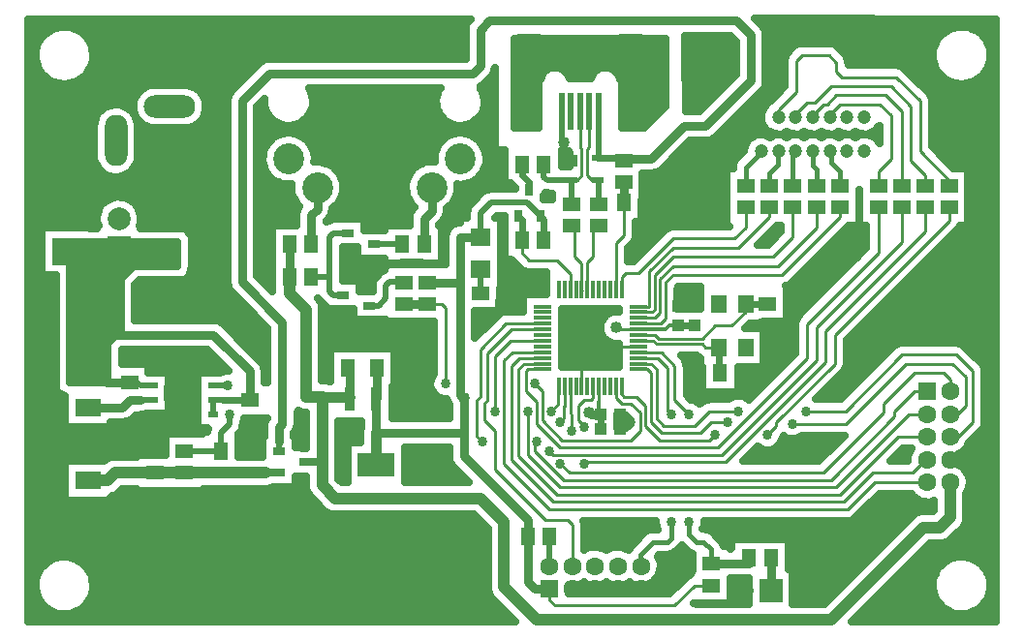
<source format=gbr>
G04 DipTrace 2.4.0.1*
%INmainboard_Top.gbr*%
%MOIN*%
%ADD13C,0.03*%
%ADD14C,0.036*%
%ADD15C,0.022*%
%ADD16C,0.014*%
%ADD17C,0.0118*%
%ADD18C,0.01*%
%ADD19C,0.02*%
%ADD20C,0.04*%
%ADD21C,0.026*%
%ADD22C,0.024*%
%ADD23C,0.0256*%
%ADD24C,0.016*%
%ADD25C,0.039*%
%ADD26C,0.05*%
%ADD27C,0.07*%
%ADD28C,0.0236*%
%ADD29C,0.025*%
%ADD30R,0.0531X0.0531*%
%ADD31C,0.0531*%
%ADD32R,0.0591X0.0512*%
%ADD33R,0.0512X0.0591*%
%ADD34R,0.063X0.0709*%
%ADD35R,0.0433X0.0394*%
%ADD36R,0.0394X0.0433*%
%ADD37R,0.0945X0.0945*%
%ADD38C,0.0945*%
%ADD40R,0.0413X0.0256*%
%ADD41R,0.0709X0.063*%
%ADD42R,0.0394X0.0394*%
%ADD43R,0.0394X0.0236*%
%ADD45R,0.0354X0.0201*%
%ADD46R,0.1024X0.1378*%
%ADD47R,0.0374X0.0846*%
%ADD48R,0.128X0.0846*%
%ADD49O,0.1969X0.0787*%
%ADD50O,0.1772X0.0787*%
%ADD51O,0.0787X0.1772*%
%ADD52C,0.1063*%
%ADD53R,0.0591X0.0591*%
%ADD54C,0.063*%
%ADD56C,0.0472*%
%ADD57C,0.0787*%
%ADD58R,0.0787X0.0787*%
%ADD59C,0.0787*%
%ADD60R,0.0197X0.1299*%
%ADD61R,0.0787X0.1299*%
%ADD62R,0.0787X0.0984*%
%ADD63R,0.0866X0.063*%
%ADD64R,0.0256X0.0413*%
%ADD66R,0.063X0.0118*%
%ADD67R,0.0118X0.063*%
%ADD68R,0.0551X0.063*%
%ADD69C,0.034*%
%FSLAX44Y44*%
G04*
G70*
G90*
G75*
G01*
%LNTop*%
%LPD*%
X16045Y11734D2*
D13*
Y10608D1*
D14*
Y9451D1*
X21687Y18031D2*
D15*
X21810Y17908D1*
Y17187D1*
X16045Y11734D2*
D13*
X16063Y11752D1*
Y12811D1*
X27002Y14251D2*
D15*
X26437D1*
Y14250D1*
D16*
X26125D1*
D17*
X26002Y14127D1*
X25062D1*
X23752Y10688D2*
D15*
Y11188D1*
D16*
X23704Y11236D1*
Y11629D1*
D18*
Y12179D1*
X27566Y5313D2*
D13*
X27564Y5312D1*
X22001Y5187D2*
X21501D1*
X21251Y5437D1*
Y7000D1*
X22001Y5187D2*
D18*
Y4812D1*
X22189Y4625D1*
X26314D1*
X27002Y5312D1*
X27564D1*
X27566Y5313D1*
X17813Y15749D2*
D13*
X18939D1*
Y11875D1*
X19064Y11750D1*
Y10562D1*
X16091D1*
X16045Y10608D1*
X21687Y18031D2*
D19*
X21217Y18501D1*
X20001D1*
X19626Y18126D1*
Y17313D1*
X19638Y17302D1*
D13*
X18939D1*
Y15749D1*
X23752Y11188D2*
X23439D1*
X23377Y11250D1*
X24314Y14188D2*
D18*
X24378Y14125D1*
X25059D1*
X25062Y14127D1*
X19064Y10562D2*
D13*
Y9750D1*
X21251Y7562D1*
Y7000D1*
X13062Y17062D2*
X13064Y17060D1*
Y15937D1*
X15062Y12812D2*
X15140Y12734D1*
Y11734D1*
X13064Y15937D2*
D20*
Y15373D1*
X13625Y14812D1*
Y11812D1*
X14188D1*
D14*
X15140D1*
D15*
Y11734D1*
X13593Y9564D2*
D21*
X14188D1*
D20*
Y11812D1*
Y9564D2*
Y8750D1*
X14626Y8312D1*
X19626D1*
X20439Y7500D1*
Y5250D1*
X21564Y4125D1*
X31690D1*
X34878Y7312D1*
X35440D1*
X35787Y7659D1*
Y8850D1*
X25062Y14324D2*
D18*
X25824D1*
X26000Y14500D1*
Y15750D1*
X26250Y16000D1*
X30001D1*
X32002Y18001D1*
Y18316D1*
X25062Y14521D2*
X25647D1*
X25814Y14688D1*
Y15876D1*
X26252Y16313D1*
X29877D1*
X31190Y17626D1*
Y18316D1*
X25062Y14718D2*
X25532D1*
X25627Y14813D1*
Y16001D1*
X26252Y16626D1*
X29690D1*
X30377Y17313D1*
Y18316D1*
X29565D2*
Y18001D1*
X28502Y16938D1*
X26251D1*
X25437Y16125D1*
Y14915D1*
X25062D1*
X24491Y15486D2*
Y15928D1*
X24627Y16063D1*
X25064D1*
X26252Y17251D1*
X28377D1*
X28752Y17626D1*
Y18316D1*
X23687Y17687D2*
X23502Y17502D1*
Y16626D1*
X23310Y16434D1*
Y15486D1*
X23113D2*
X23125Y15474D1*
X22750Y17687D2*
X22876Y17560D1*
Y16626D1*
X23113Y16389D1*
Y15486D1*
X26937Y23625D2*
D13*
Y22687D1*
Y22000D2*
D15*
Y22687D1*
X8437Y9935D2*
D13*
Y11100D1*
D19*
X8350Y11187D1*
X15062Y16689D2*
D22*
X15314Y16437D1*
X15812D1*
Y15963D1*
D23*
Y15685D1*
X16811Y12811D2*
D13*
X16951Y12671D1*
Y11734D1*
X15812Y16437D2*
D22*
X15937D1*
X16811Y12811D2*
D13*
Y13563D1*
X15937D1*
Y13937D1*
X22500Y20562D2*
D19*
X22427Y20634D1*
Y21625D1*
X22750Y19937D2*
D15*
X22500Y20187D1*
Y20562D1*
X7563Y13061D2*
X7564Y13062D1*
X8350D1*
Y12897D1*
D19*
Y12687D1*
Y11187D2*
X8638D1*
D15*
X8937D1*
X9156Y11406D1*
X9394Y11644D1*
Y11687D1*
Y11935D1*
X9437Y11978D1*
Y12687D1*
X10150D1*
D19*
X10437D1*
X9437D2*
D15*
X8638D1*
D19*
X8350D1*
X9437Y13250D2*
D15*
Y12687D1*
X11435Y9937D2*
Y10310D1*
X11569Y10444D1*
X11687Y10562D1*
Y10939D1*
X14314Y12812D2*
X14312Y12814D1*
Y13563D1*
X15937D1*
X24421Y11188D2*
Y10688D1*
X26437Y14919D2*
X27002D1*
Y14920D1*
X28623Y12625D2*
D13*
X29062D1*
X29500Y13750D2*
Y14250D1*
X25062Y13537D2*
D18*
X24087D1*
X24062Y13562D1*
X26752Y15251D2*
D13*
Y14920D1*
X27002D1*
X19627Y14627D2*
Y14188D1*
X24421Y11188D2*
D19*
Y10938D1*
D13*
X24752D1*
X23113Y12179D2*
D18*
Y12926D1*
X23187Y13000D1*
X9187Y12187D2*
D15*
X9396Y11978D1*
X9437D1*
X9187Y11687D2*
X9156Y11656D1*
Y11406D1*
X9687Y11687D2*
X9394D1*
X9187Y11187D2*
X8937D1*
X25311Y18499D2*
D13*
X25373Y18437D1*
X26437D1*
X27566Y6061D2*
X28879D1*
Y6250D1*
X25062Y13340D2*
D18*
X25850D1*
X26314Y12875D1*
Y11688D1*
X26814Y11188D1*
Y7500D2*
D24*
Y7062D1*
X27064Y6812D1*
X27314D1*
X27566Y6561D1*
Y6061D1*
X17001Y15001D2*
D13*
X17813D1*
X24294Y12179D2*
D18*
Y11770D1*
X24502Y11563D1*
X24814D1*
X25127Y11250D1*
Y10625D1*
X24814Y10313D1*
X22439D1*
X21751Y11000D1*
Y12000D1*
X21501Y12250D1*
X18439D2*
Y14876D1*
X18314Y15001D1*
X17813D1*
X25062Y13734D2*
X25046Y13750D1*
X27844Y13500D2*
X27375D1*
X27250Y13625D1*
X25687D1*
X25578Y13734D1*
X25062D1*
X27875Y12625D2*
D15*
X27844Y12655D1*
Y13500D1*
X28750Y14996D2*
X28751Y14998D1*
X29500D1*
X25062Y13931D2*
D18*
X25631D1*
X25750Y13812D1*
X27250D1*
X27687Y14250D1*
X28251D1*
X28750Y14748D1*
Y14996D1*
X19638Y16200D2*
D19*
Y15385D1*
X19627Y15375D1*
X16937Y17062D2*
X16437D1*
X16436Y17063D1*
X15968D1*
X17685Y17062D2*
D13*
X17687Y17064D1*
Y17937D1*
X17953Y18203D1*
Y19015D1*
X14016D2*
Y18266D1*
X13810Y18060D1*
Y17062D1*
X13812Y15937D2*
D19*
X14437D1*
Y15437D1*
X14563Y15311D1*
X14906D1*
X14437Y15937D2*
Y17312D1*
X14562Y17437D1*
X15062D1*
X23057Y21625D2*
D18*
Y20397D1*
X23107Y20347D1*
Y19420D1*
X22955Y19268D1*
X22750D1*
D19*
Y18435D1*
X21811Y19813D2*
Y19376D1*
X21919Y19268D1*
X22750D1*
X23655D2*
D18*
X23466D1*
X23307Y19427D1*
Y20337D1*
X23372Y20402D1*
Y21625D1*
X23655Y19268D2*
D19*
X23687Y19236D1*
Y18435D1*
X21313Y18937D2*
D15*
Y19186D1*
X21063Y19436D1*
Y19813D1*
X21305Y23794D2*
D13*
X24809D1*
Y21625D2*
Y23794D1*
X25835Y23625D2*
X24978D1*
X24809Y23794D1*
X25835Y23625D2*
Y22687D1*
X21305Y23794D2*
Y21625D1*
X6125Y11437D2*
X7312D1*
X7562Y11687D1*
X7937D1*
D19*
X8350D1*
X9437Y9935D2*
X10687D1*
Y9937D1*
X10437Y12187D2*
X10937D1*
X11000Y11188D2*
Y10875D1*
X10687Y10562D1*
Y9937D1*
X8437Y9187D2*
D20*
X9437D1*
X6125Y8917D2*
X6792D1*
X7062Y9187D1*
X8437D1*
X9437D2*
D25*
X9440Y9190D1*
X12224D1*
D23*
X12688D1*
X10437Y11187D2*
D19*
Y11687D1*
X10764D1*
D22*
X11687D1*
X9063Y16813D2*
D26*
X7187D1*
D13*
Y16937D1*
X5375Y16813D2*
D27*
X7187D1*
X7563Y12313D2*
D19*
X7811D1*
X7937Y12187D1*
X8350D1*
X11687Y11687D2*
D13*
Y12687D1*
X10436Y13938D1*
X6771D1*
Y12312D1*
X7562D1*
X7563Y12313D1*
X6771Y13938D2*
D27*
Y16772D1*
D13*
X6936Y16937D1*
X7187D1*
X15812Y14937D2*
D19*
X16125D1*
X16376Y15188D1*
Y15626D1*
X16501Y15751D1*
X16999D1*
X17001Y15749D1*
X29627Y5125D2*
D13*
Y6250D1*
X30377Y19064D2*
D24*
Y20162D1*
X30471Y20256D1*
X31190Y19064D2*
Y19626D1*
X31065Y19751D1*
Y20253D1*
X31062Y20256D1*
X29881Y21437D2*
D18*
Y21693D1*
X30502Y22314D1*
Y23377D1*
X30690Y23564D1*
X31627D1*
X31877Y23314D1*
Y23002D1*
X32065Y22814D1*
X33935D1*
X34750Y22000D1*
Y20250D1*
X35753Y19246D1*
Y19064D1*
X30471Y21437D2*
Y21533D1*
X30877Y21939D1*
X31127D1*
X31690Y22501D1*
X33748D1*
X34437Y21812D1*
Y19937D1*
X34937Y19437D1*
Y19067D1*
X34940Y19064D1*
X29290Y20256D2*
D24*
Y20227D1*
X28752Y19689D1*
Y19064D1*
X31062Y21437D2*
D18*
Y21499D1*
X31440Y21876D1*
X31565D1*
X31877Y22189D1*
X33560D1*
X34128Y21621D1*
Y19064D1*
X31653Y21437D2*
Y21526D1*
X32002Y21876D1*
X33378D1*
X33753Y21501D1*
Y20001D1*
X33315Y19564D1*
Y19064D1*
X32002D2*
D24*
Y19564D1*
X31690Y19876D1*
Y20219D1*
X31653Y20256D1*
X29565Y19064D2*
Y19501D1*
X29877Y19814D1*
Y20252D1*
X29881Y20256D1*
X25062Y13143D2*
D18*
X25734D1*
X26064Y12813D1*
Y11310D1*
X26187Y11187D1*
Y7500D2*
D24*
Y6935D1*
X26064Y6812D1*
X25564D1*
X25127Y6375D1*
Y5999D1*
D18*
X25151Y5975D1*
X35000Y8850D2*
X34975Y8875D1*
X33190D1*
X32252Y7937D1*
X22001D1*
X20437Y9502D1*
Y13061D1*
X20716Y13340D1*
X21755D1*
X35000Y9637D2*
X34987Y9625D1*
X34937D1*
X34500Y9187D1*
X33127D1*
X32127Y8187D1*
X22126D1*
X20689Y9625D1*
Y12875D1*
X20957Y13143D1*
X21755D1*
X35000Y11212D2*
X34974Y11187D1*
X34377D1*
X31877Y8688D1*
X22376D1*
X21251Y9813D1*
Y11313D1*
X20126D2*
Y13188D1*
X20672Y13734D1*
X21755D1*
X35000Y12000D2*
X34562D1*
X33878Y11315D1*
Y11125D1*
X31690Y8938D1*
X22501D1*
X21501Y9938D1*
Y10250D1*
X21564Y10313D1*
Y10250D1*
X19689D2*
X19501Y10438D1*
Y11688D1*
X19626Y11813D1*
Y13438D1*
X20512Y14324D1*
X21755D1*
X35787Y12000D2*
Y12404D1*
X35565Y12625D1*
X34565D1*
X33503Y11563D1*
Y11250D1*
X31440Y9188D1*
X22689D1*
X22376Y9500D1*
Y10938D2*
X22501Y11063D1*
Y11500D1*
X22523Y11479D1*
Y12179D1*
X35787Y11212D2*
X35798Y11239D1*
X36054D1*
X36315Y11500D1*
Y12500D1*
X35878Y12938D1*
X34253D1*
X32190Y10875D1*
X30377D1*
X28127Y10938D2*
X27564D1*
X27189Y10563D1*
X25877D1*
X25502Y10938D1*
Y12625D1*
X25378Y12750D1*
X25062D1*
X35787Y10425D2*
X35800Y10438D1*
X36065D1*
X36565Y10938D1*
Y12688D1*
X36003Y13250D1*
X34128D1*
X32190Y11313D1*
X30815D1*
X28502D2*
X27502D1*
X27002Y10813D1*
X25939D1*
X25689Y11063D1*
Y12750D1*
X25493Y12946D1*
X25062D1*
X35000Y10425D2*
X34987Y10437D1*
X34000D1*
X32000Y8437D1*
X22251D1*
X20937Y9752D1*
Y12750D1*
X21134Y12946D1*
X21755D1*
Y12750D2*
X21250D1*
X21187Y12687D1*
Y12002D1*
X21564Y11625D1*
Y10875D1*
X22376Y10063D1*
X27813D1*
X30877Y13127D1*
Y14313D1*
X33315Y16751D1*
Y18316D1*
X34128D2*
Y17126D1*
X31190Y14188D1*
Y13065D1*
X27938Y9813D1*
X22126D1*
X22001Y9938D1*
X22064Y11313D2*
X22314Y11563D1*
Y12167D1*
X22326Y12179D1*
X23507D2*
X23500Y12171D1*
Y11750D1*
X23438Y11688D1*
X23189D1*
X23002Y11500D1*
Y11000D1*
X23127Y10875D1*
Y10750D1*
X23189D1*
Y9500D2*
Y9563D1*
X28063D1*
X31502Y13002D1*
Y14063D1*
X34940Y17501D1*
Y18316D1*
X24491Y12179D2*
X24500Y12170D1*
Y12378D1*
X35753Y18316D2*
Y17876D1*
X31815Y13938D1*
Y12940D1*
X29812Y10937D1*
Y10812D1*
X29501Y10501D1*
X27690Y10500D2*
X27502Y10313D1*
X25814D1*
X25314Y10813D1*
Y11500D1*
X25002Y11813D1*
X24564D1*
X24491Y11886D1*
Y12179D1*
X21755Y14127D2*
X20691D1*
X19876Y13313D1*
Y11688D1*
X19751Y11563D1*
Y11000D1*
X20126Y10625D1*
Y9313D1*
X21876Y7562D1*
X22626D1*
X22789Y7400D1*
Y5975D1*
X22719Y12179D2*
Y11220D1*
X22751Y11188D1*
Y10625D1*
X22001Y5975D2*
D19*
Y7000D1*
X21999D1*
X24562Y19937D2*
D13*
X24483Y20016D1*
D22*
X24002D1*
D28*
X23655D1*
D19*
X23687Y20048D1*
Y21625D1*
X12688Y9938D2*
Y10250D1*
D13*
Y10750D1*
X12813Y10875D1*
Y14376D1*
X11438Y15751D1*
Y22001D1*
X12375Y22939D1*
X19377D1*
X19625Y23187D1*
Y24437D1*
X19937Y24750D1*
X28437D1*
X28937Y24250D1*
Y22687D1*
X27375Y21125D1*
X26625D1*
X25500Y20000D1*
X24625D1*
X24562Y19937D1*
X20939Y18031D2*
D15*
X21062Y17908D1*
Y17187D1*
D18*
X21064Y17185D1*
Y16751D1*
X21314Y16501D1*
X22251D1*
X22719Y16033D1*
Y15486D1*
X24562Y19189D2*
D13*
Y19062D1*
X24563Y19061D1*
Y18499D1*
D18*
X24564Y18497D1*
Y17376D1*
X24294Y17106D1*
Y15486D1*
D20*
X23377Y11250D3*
X24314Y14188D3*
X19064Y11750D3*
X26937Y22000D3*
X15937Y16437D3*
Y13937D3*
Y16437D3*
X9437Y13250D3*
X11569Y10444D3*
X29062Y12625D3*
X29500Y13750D3*
X24062Y13562D3*
X26752Y15251D3*
X11569Y10444D3*
X19627Y14188D3*
X24752Y10938D3*
X24062Y13562D3*
X23187Y13000D3*
D69*
X26814Y11188D3*
Y7500D3*
X21501Y12250D3*
X18439D3*
X10937Y12187D3*
X11000Y11188D3*
X26187Y11187D3*
Y7500D3*
X21251Y11313D3*
X20126D3*
X21564Y10250D3*
X19689D3*
X22376Y9500D3*
Y10938D3*
X30377Y10875D3*
X28127Y10938D3*
X30815Y11313D3*
X28502D3*
X22001Y9938D3*
X22064Y11313D3*
X23189Y10750D3*
Y9500D3*
X29501Y10501D3*
X27690Y10500D3*
X22751Y10625D3*
D20*
X23562Y14687D3*
X22625D3*
X22562Y14000D3*
X24062Y13000D3*
X24187Y7187D3*
X22500Y20562D3*
X9187Y12187D3*
X9687D3*
X9187Y11687D3*
X9687D3*
X9187Y11187D3*
X9688Y11188D3*
X27437Y18437D3*
X26937Y19437D3*
X26437Y18437D3*
X28687Y7187D3*
X30687Y15437D3*
X30937Y7187D3*
X32937D3*
X31690Y16376D3*
X30937Y5187D3*
X36187Y21437D3*
X35937Y16687D3*
Y14687D3*
X34187D3*
X32687Y13187D3*
X20875Y15750D3*
X6937Y23437D3*
X8937D3*
X10437D3*
X5437Y19187D3*
X8312Y20687D3*
X8687Y15187D3*
X10187D3*
X11437Y14187D3*
X4500Y15437D3*
Y13937D3*
Y12437D3*
Y10937D3*
Y9437D3*
X5687Y10187D3*
X6937D3*
X8187Y10437D3*
X7937Y7375D3*
Y5625D3*
X10937D3*
X13937D3*
X10937Y7375D3*
X13937D3*
X16937D3*
Y5625D3*
X14437Y21437D3*
X17437D3*
X9562Y20687D3*
X17376Y13938D3*
X20839Y23876D2*
D29*
X25976D1*
X20839Y23627D2*
X25976D1*
X20839Y23378D2*
X25976D1*
X20839Y23130D2*
X22055D1*
X22326D2*
X23785D1*
X24062D2*
X25976D1*
X20839Y22881D2*
X21723D1*
X22663D2*
X23453D1*
X24394D2*
X25976D1*
X20839Y22632D2*
X21601D1*
X24526D2*
X25976D1*
X20839Y22384D2*
X21601D1*
X24526D2*
X25976D1*
X20839Y22135D2*
X21601D1*
X24526D2*
X25976D1*
X20839Y21886D2*
X21601D1*
X24526D2*
X25976D1*
X20839Y21638D2*
X21601D1*
X24526D2*
X25812D1*
X20839Y21389D2*
X21601D1*
X24526D2*
X25562D1*
X20839Y21140D2*
X21601D1*
X24526D2*
X25312D1*
X23430Y22751D2*
X23484Y22892D1*
X23560Y22991D1*
X23658Y23068D1*
X23771Y23119D1*
X23894Y23142D1*
X24018Y23134D1*
X24137Y23096D1*
X24243Y23030D1*
X24330Y22940D1*
X24393Y22833D1*
X24417Y22746D1*
X24500Y22644D1*
X24502Y21064D1*
X25261D1*
X26002Y21803D1*
X26000Y24125D1*
X20812D1*
X20814Y21064D1*
X21626D1*
Y22626D1*
X21688Y22732D1*
X21752Y22892D1*
X21828Y22991D1*
X21925Y23068D1*
X22039Y23119D1*
X22162Y23142D1*
X22286Y23134D1*
X22405Y23096D1*
X22511Y23030D1*
X22598Y22940D1*
X22660Y22833D1*
X22683Y22754D1*
X23427Y22751D1*
X5525Y16877D2*
X9164D1*
X5525Y16629D2*
X9164D1*
X5525Y16380D2*
X9164D1*
X5525Y16131D2*
X7492D1*
X5525Y15882D2*
X7242D1*
X5525Y15634D2*
X7227D1*
X5525Y15385D2*
X7227D1*
X5525Y15136D2*
X7227D1*
X5525Y14888D2*
X7227D1*
X5525Y14639D2*
X7227D1*
X5525Y14390D2*
X7227D1*
X5525Y14142D2*
X7227D1*
X5525Y13893D2*
X7004D1*
X5525Y13644D2*
X6789D1*
X5525Y13396D2*
X6789D1*
X5525Y13147D2*
X6789D1*
X5525Y12898D2*
X6789D1*
X5525Y12650D2*
X6789D1*
X5525Y12401D2*
X6789D1*
X5500Y16751D2*
Y12313D1*
X6812D1*
X6814Y13629D1*
X6849Y13714D1*
X7252Y14117D1*
X7250Y15688D1*
X7252Y15817D1*
X7286Y15902D1*
X7665Y16278D1*
X7750Y16313D1*
X9188D1*
Y17126D1*
X5500D1*
Y16751D1*
X4087Y24573D2*
X19113D1*
X29351D2*
X37351D1*
X4087Y24325D2*
X4664D1*
X5960D2*
X19094D1*
X29460D2*
X35539D1*
X36835D2*
X37351D1*
X4087Y24076D2*
X4449D1*
X6179D2*
X19094D1*
X26683D2*
X28371D1*
X29468D2*
X35320D1*
X37054D2*
X37351D1*
X4087Y23827D2*
X4340D1*
X6284D2*
X19094D1*
X26687D2*
X28406D1*
X29468D2*
X30355D1*
X31960D2*
X35215D1*
X37159D2*
X37351D1*
X4087Y23579D2*
X4301D1*
X6323D2*
X19094D1*
X26691D2*
X28406D1*
X29468D2*
X30125D1*
X32210D2*
X35176D1*
X37198D2*
X37351D1*
X4087Y23330D2*
X4332D1*
X6296D2*
X12031D1*
X26691D2*
X28406D1*
X29468D2*
X30074D1*
X32308D2*
X35203D1*
X37171D2*
X37351D1*
X4087Y23081D2*
X4426D1*
X6198D2*
X11777D1*
X26694D2*
X28406D1*
X29468D2*
X30074D1*
X34265D2*
X35301D1*
X37073D2*
X37351D1*
X4087Y22832D2*
X4625D1*
X5999D2*
X11531D1*
X20011D2*
X20102D1*
X26698D2*
X28344D1*
X29468D2*
X30074D1*
X34515D2*
X35500D1*
X36874D2*
X37351D1*
X4087Y22584D2*
X5172D1*
X5451D2*
X11281D1*
X19761D2*
X20101D1*
X26702D2*
X28094D1*
X29456D2*
X30074D1*
X34765D2*
X36047D1*
X36326D2*
X37351D1*
X4087Y22335D2*
X7898D1*
X9976D2*
X11035D1*
X13800D2*
X18172D1*
X19702D2*
X20101D1*
X26706D2*
X27848D1*
X29323D2*
X29926D1*
X35011D2*
X37351D1*
X4087Y22086D2*
X7730D1*
X10144D2*
X10914D1*
X13874D2*
X18094D1*
X19780D2*
X20101D1*
X26706D2*
X27598D1*
X29077D2*
X29676D1*
X35171D2*
X37351D1*
X4087Y21838D2*
X6887D1*
X7288D2*
X7672D1*
X10202D2*
X10906D1*
X12015D2*
X12191D1*
X13874D2*
X18094D1*
X19780D2*
X20101D1*
X26710D2*
X27348D1*
X28827D2*
X29422D1*
X35179D2*
X37351D1*
X4087Y21589D2*
X6484D1*
X10171D2*
X10906D1*
X11968D2*
X12269D1*
X13792D2*
X18176D1*
X19698D2*
X20101D1*
X28577D2*
X29285D1*
X35179D2*
X37351D1*
X4087Y21340D2*
X6348D1*
X10046D2*
X10906D1*
X11968D2*
X12469D1*
X13597D2*
X18371D1*
X19503D2*
X20101D1*
X28331D2*
X29273D1*
X35179D2*
X37351D1*
X4087Y21092D2*
X6312D1*
X7858D2*
X8176D1*
X9698D2*
X10906D1*
X11968D2*
X20101D1*
X28081D2*
X29375D1*
X35179D2*
X37351D1*
X4087Y20843D2*
X6312D1*
X7858D2*
X10906D1*
X11968D2*
X12734D1*
X13327D2*
X18641D1*
X19233D2*
X20101D1*
X27831D2*
X29195D1*
X29384D2*
X29785D1*
X29976D2*
X30379D1*
X30565D2*
X30969D1*
X31155D2*
X31558D1*
X31748D2*
X32148D1*
X32339D2*
X32738D1*
X32927D2*
X33324D1*
X35179D2*
X37351D1*
X4087Y20594D2*
X6312D1*
X7858D2*
X10906D1*
X11968D2*
X12348D1*
X13714D2*
X18254D1*
X19620D2*
X20101D1*
X26835D2*
X28781D1*
X35179D2*
X37351D1*
X4087Y20346D2*
X6312D1*
X7858D2*
X10906D1*
X11968D2*
X12191D1*
X13874D2*
X18098D1*
X19776D2*
X20098D1*
X26585D2*
X28680D1*
X35253D2*
X37351D1*
X4087Y20097D2*
X6312D1*
X7858D2*
X10906D1*
X11968D2*
X12128D1*
X13937D2*
X18031D1*
X19843D2*
X20426D1*
X22448D2*
X22676D1*
X26335D2*
X28519D1*
X35499D2*
X37351D1*
X4087Y19848D2*
X6367D1*
X7808D2*
X10906D1*
X11968D2*
X12135D1*
X14343D2*
X17625D1*
X19835D2*
X20426D1*
X22448D2*
X22676D1*
X26089D2*
X28324D1*
X35749D2*
X37351D1*
X4087Y19600D2*
X6531D1*
X7644D2*
X10906D1*
X11968D2*
X12215D1*
X14706D2*
X17262D1*
X19753D2*
X20426D1*
X25831D2*
X28078D1*
X36429D2*
X37351D1*
X4087Y19351D2*
X10906D1*
X11968D2*
X12402D1*
X14862D2*
X17105D1*
X19566D2*
X20426D1*
X25237D2*
X28078D1*
X36429D2*
X37351D1*
X4087Y19102D2*
X10906D1*
X11968D2*
X13109D1*
X14921D2*
X17047D1*
X18858D2*
X20715D1*
X25237D2*
X28078D1*
X36429D2*
X37351D1*
X4087Y18853D2*
X10906D1*
X11968D2*
X13121D1*
X14913D2*
X17055D1*
X18851D2*
X19687D1*
X25237D2*
X28078D1*
X36429D2*
X37351D1*
X4087Y18605D2*
X6824D1*
X7550D2*
X10906D1*
X11968D2*
X13207D1*
X14827D2*
X17141D1*
X18765D2*
X19437D1*
X21819D2*
X22074D1*
X25237D2*
X28078D1*
X36429D2*
X37351D1*
X4087Y18356D2*
X6543D1*
X7831D2*
X10906D1*
X11968D2*
X13375D1*
X14632D2*
X17336D1*
X18569D2*
X19207D1*
X25198D2*
X28078D1*
X36429D2*
X37351D1*
X4087Y18107D2*
X6433D1*
X7941D2*
X10906D1*
X11968D2*
X13281D1*
X14519D2*
X17187D1*
X18472D2*
X19144D1*
X25198D2*
X28078D1*
X36429D2*
X37351D1*
X4087Y17859D2*
X6418D1*
X7956D2*
X10906D1*
X11968D2*
X13281D1*
X15648D2*
X17156D1*
X18347D2*
X18902D1*
X25198D2*
X28078D1*
X36429D2*
X37351D1*
X4087Y17610D2*
X4523D1*
X6226D2*
X6414D1*
X7960D2*
X10906D1*
X11968D2*
X12426D1*
X15648D2*
X16301D1*
X18319D2*
X18512D1*
X24995D2*
X26039D1*
X29773D2*
X29949D1*
X32210D2*
X32887D1*
X36085D2*
X37351D1*
X4087Y17361D2*
X4523D1*
X9710D2*
X10906D1*
X11968D2*
X12426D1*
X18319D2*
X18414D1*
X24995D2*
X25766D1*
X29523D2*
X29828D1*
X31960D2*
X32887D1*
X35835D2*
X37351D1*
X4087Y17113D2*
X4523D1*
X9710D2*
X10906D1*
X11968D2*
X12426D1*
X18319D2*
X18410D1*
X24898D2*
X25516D1*
X29273D2*
X29578D1*
X31710D2*
X32887D1*
X35589D2*
X37351D1*
X4087Y16864D2*
X4523D1*
X9710D2*
X10906D1*
X11968D2*
X12426D1*
X14917D2*
X15383D1*
X18319D2*
X18410D1*
X24726D2*
X25266D1*
X31464D2*
X32832D1*
X35339D2*
X37351D1*
X4087Y16615D2*
X4523D1*
X9710D2*
X10906D1*
X11968D2*
X12426D1*
X14917D2*
X15383D1*
X18319D2*
X18410D1*
X24726D2*
X25019D1*
X31214D2*
X32582D1*
X35089D2*
X37351D1*
X4087Y16367D2*
X4523D1*
X9710D2*
X10906D1*
X11968D2*
X12430D1*
X14917D2*
X18410D1*
X20370D2*
X20851D1*
X30964D2*
X32332D1*
X34843D2*
X37351D1*
X4087Y16118D2*
X4523D1*
X9687D2*
X10906D1*
X11968D2*
X12430D1*
X14917D2*
X16207D1*
X20370D2*
X21156D1*
X30718D2*
X32086D1*
X34593D2*
X37351D1*
X4087Y15869D2*
X4996D1*
X9491D2*
X10906D1*
X12058D2*
X12430D1*
X14917D2*
X15965D1*
X20370D2*
X21887D1*
X30468D2*
X31836D1*
X34343D2*
X37351D1*
X4087Y15621D2*
X4996D1*
X7753D2*
X10926D1*
X12308D2*
X12430D1*
X15491D2*
X15894D1*
X20370D2*
X21887D1*
X30167D2*
X31586D1*
X34097D2*
X37351D1*
X4087Y15372D2*
X4996D1*
X7753D2*
X11078D1*
X20304D2*
X21887D1*
X26429D2*
X27187D1*
X30175D2*
X31340D1*
X33847D2*
X37351D1*
X4087Y15123D2*
X4996D1*
X7753D2*
X11328D1*
X20304D2*
X21058D1*
X26429D2*
X27187D1*
X30175D2*
X31090D1*
X33597D2*
X37351D1*
X4087Y14874D2*
X4996D1*
X7753D2*
X11574D1*
X14202D2*
X14320D1*
X20304D2*
X21058D1*
X26429D2*
X27187D1*
X30175D2*
X30840D1*
X33351D2*
X37351D1*
X4087Y14626D2*
X4996D1*
X7753D2*
X11824D1*
X14206D2*
X15226D1*
X19468D2*
X20219D1*
X22448D2*
X23949D1*
X30175D2*
X30594D1*
X33101D2*
X37351D1*
X4087Y14377D2*
X4996D1*
X10710D2*
X12074D1*
X14206D2*
X18008D1*
X19468D2*
X19969D1*
X22448D2*
X23766D1*
X29405D2*
X30453D1*
X32851D2*
X37351D1*
X4087Y14128D2*
X4996D1*
X10983D2*
X12281D1*
X14206D2*
X18008D1*
X19468D2*
X19719D1*
X22448D2*
X23738D1*
X29405D2*
X30449D1*
X32605D2*
X37351D1*
X4087Y13880D2*
X4996D1*
X11233D2*
X12281D1*
X14206D2*
X18008D1*
X22448D2*
X23828D1*
X29405D2*
X30449D1*
X32355D2*
X37351D1*
X4087Y13631D2*
X4996D1*
X11483D2*
X12281D1*
X14206D2*
X18008D1*
X22448D2*
X24367D1*
X29405D2*
X30449D1*
X32245D2*
X33965D1*
X36167D2*
X37351D1*
X4087Y13382D2*
X4996D1*
X7316D2*
X10254D1*
X11730D2*
X12281D1*
X14206D2*
X14426D1*
X16698D2*
X18008D1*
X22448D2*
X24367D1*
X29405D2*
X30449D1*
X32245D2*
X33660D1*
X36468D2*
X37351D1*
X4087Y13134D2*
X4996D1*
X7316D2*
X10500D1*
X11980D2*
X12281D1*
X14206D2*
X14426D1*
X16698D2*
X18008D1*
X22448D2*
X24367D1*
X26651D2*
X27176D1*
X29405D2*
X30285D1*
X32245D2*
X33414D1*
X36718D2*
X37351D1*
X4087Y12885D2*
X4996D1*
X8237D2*
X10750D1*
X12175D2*
X12284D1*
X14206D2*
X14426D1*
X16698D2*
X18008D1*
X22448D2*
X24367D1*
X26745D2*
X27187D1*
X29405D2*
X30039D1*
X32241D2*
X33164D1*
X36944D2*
X37351D1*
X4087Y12636D2*
X4996D1*
X8909D2*
X9879D1*
X14206D2*
X14426D1*
X16698D2*
X18008D1*
X26745D2*
X27238D1*
X28511D2*
X29789D1*
X32108D2*
X32914D1*
X36995D2*
X37351D1*
X4087Y12388D2*
X4996D1*
X8909D2*
X9879D1*
X14206D2*
X14426D1*
X16698D2*
X17906D1*
X26745D2*
X27238D1*
X28511D2*
X29539D1*
X31858D2*
X32668D1*
X36995D2*
X37351D1*
X4087Y12139D2*
X5000D1*
X8909D2*
X9879D1*
X16612D2*
X17902D1*
X26745D2*
X27238D1*
X28511D2*
X29293D1*
X31612D2*
X32418D1*
X36995D2*
X37351D1*
X4087Y11890D2*
X5156D1*
X8909D2*
X9879D1*
X16612D2*
X18031D1*
X26745D2*
X29043D1*
X31362D2*
X32168D1*
X36995D2*
X37351D1*
X4087Y11642D2*
X5312D1*
X8909D2*
X9879D1*
X16612D2*
X18465D1*
X27105D2*
X27240D1*
X36995D2*
X37351D1*
X4087Y11393D2*
X5312D1*
X8909D2*
X9879D1*
X16612D2*
X18535D1*
X36995D2*
X37351D1*
X4087Y11144D2*
X5312D1*
X7757D2*
X9879D1*
X13343D2*
X13609D1*
X16612D2*
X18535D1*
X24347D2*
X24637D1*
X36995D2*
X37351D1*
X4087Y10895D2*
X5312D1*
X6937D2*
X9879D1*
X11480D2*
X12180D1*
X13343D2*
X13609D1*
X14769D2*
X15516D1*
X24347D2*
X24695D1*
X36991D2*
X37351D1*
X4087Y10647D2*
X10215D1*
X11417D2*
X12156D1*
X13288D2*
X13609D1*
X14769D2*
X15488D1*
X36870D2*
X37351D1*
X4087Y10398D2*
X8762D1*
X11323D2*
X12101D1*
X13276D2*
X13609D1*
X14769D2*
X15484D1*
X30042D2*
X30133D1*
X30620D2*
X32055D1*
X36624D2*
X37351D1*
X4087Y10149D2*
X8762D1*
X11323D2*
X12101D1*
X13276D2*
X13609D1*
X14769D2*
X15027D1*
X29917D2*
X31805D1*
X36421D2*
X37351D1*
X4087Y9901D2*
X8762D1*
X11323D2*
X12101D1*
X14769D2*
X15027D1*
X17066D2*
X18535D1*
X28999D2*
X31555D1*
X34062D2*
X34359D1*
X36230D2*
X37351D1*
X4087Y9652D2*
X6734D1*
X14769D2*
X15027D1*
X17066D2*
X18543D1*
X28749D2*
X31308D1*
X33812D2*
X34305D1*
X35694D2*
X37351D1*
X4087Y9403D2*
X5312D1*
X14769D2*
X15027D1*
X17066D2*
X18672D1*
X36191D2*
X37351D1*
X4087Y9155D2*
X5312D1*
X14769D2*
X15027D1*
X17066D2*
X18922D1*
X36409D2*
X37351D1*
X4087Y8906D2*
X5312D1*
X13276D2*
X13609D1*
X14843D2*
X15026D1*
X17066D2*
X19168D1*
X36480D2*
X37351D1*
X4087Y8657D2*
X5312D1*
X12386D2*
X13617D1*
X36452D2*
X37351D1*
X4087Y8409D2*
X5312D1*
X7038D2*
X13726D1*
X33319D2*
X34469D1*
X36366D2*
X37351D1*
X4087Y8160D2*
X13969D1*
X33073D2*
X35207D1*
X36366D2*
X37351D1*
X4087Y7911D2*
X14219D1*
X32823D2*
X35207D1*
X36366D2*
X37351D1*
X4087Y7663D2*
X19465D1*
X32573D2*
X34418D1*
X36366D2*
X37351D1*
X4087Y7414D2*
X19715D1*
X23218D2*
X25644D1*
X27358D2*
X34168D1*
X36312D2*
X37351D1*
X4087Y7165D2*
X19859D1*
X23218D2*
X25285D1*
X27593D2*
X33922D1*
X36105D2*
X37351D1*
X4087Y6916D2*
X19859D1*
X23218D2*
X25027D1*
X27851D2*
X33672D1*
X35855D2*
X37351D1*
X4087Y6668D2*
X19859D1*
X23218D2*
X24781D1*
X30265D2*
X33422D1*
X35042D2*
X37351D1*
X4087Y6419D2*
X19859D1*
X26276D2*
X26855D1*
X30265D2*
X33176D1*
X34796D2*
X37351D1*
X4087Y6170D2*
X4805D1*
X5819D2*
X19859D1*
X25816D2*
X26891D1*
X30265D2*
X32926D1*
X34546D2*
X35680D1*
X36694D2*
X37351D1*
X4087Y5922D2*
X4516D1*
X6112D2*
X19859D1*
X25843D2*
X26891D1*
X30265D2*
X32676D1*
X34296D2*
X35387D1*
X36987D2*
X37351D1*
X4087Y5673D2*
X4371D1*
X6253D2*
X19859D1*
X25773D2*
X26793D1*
X30401D2*
X32430D1*
X34050D2*
X35246D1*
X37128D2*
X37351D1*
X4087Y5424D2*
X4308D1*
X6316D2*
X19859D1*
X25558D2*
X26516D1*
X28241D2*
X28855D1*
X30401D2*
X32180D1*
X33800D2*
X35183D1*
X37191D2*
X37351D1*
X4087Y5176D2*
X4312D1*
X6312D2*
X19863D1*
X22675D2*
X26269D1*
X28241D2*
X28855D1*
X30401D2*
X31930D1*
X33550D2*
X35187D1*
X37187D2*
X37351D1*
X4087Y4927D2*
X4383D1*
X6245D2*
X19961D1*
X28241D2*
X28855D1*
X30401D2*
X31683D1*
X33304D2*
X35254D1*
X37120D2*
X37351D1*
X4087Y4678D2*
X4535D1*
X6093D2*
X20199D1*
X33054D2*
X35410D1*
X36964D2*
X37351D1*
X4087Y4430D2*
X4851D1*
X5773D2*
X20449D1*
X32804D2*
X35726D1*
X36648D2*
X37351D1*
X4087Y4181D2*
X20699D1*
X32558D2*
X37351D1*
X9614Y17434D2*
X9683D1*
Y16193D1*
X9668Y16188D1*
X9646Y16066D1*
X9583Y15958D1*
X9487Y15879D1*
X9366Y15838D1*
X9063Y15833D1*
X7895D1*
X7728Y15664D1*
X7730Y14442D1*
X10436Y14443D1*
X10560Y14428D1*
X10676Y14383D1*
X10793Y14295D1*
X12044Y13044D1*
X12121Y12946D1*
X12171Y12832D1*
X12192Y12687D1*
Y12300D1*
X12307Y12298D1*
X12308Y14168D1*
X11081Y15394D1*
X11004Y15492D1*
X10954Y15606D1*
X10933Y15751D1*
Y22001D1*
X10948Y22125D1*
X10993Y22241D1*
X11081Y22359D1*
X12018Y23296D1*
X12117Y23373D1*
X12231Y23423D1*
X12375Y23444D1*
X19121D1*
X19119Y24437D1*
X19135Y24561D1*
X19180Y24677D1*
X19287Y24814D1*
X4062D1*
Y4062D1*
X20839D1*
X20046Y4857D1*
X19969Y4955D1*
X19915Y5067D1*
X19887Y5193D1*
X19884Y5875D1*
Y7269D1*
X19397Y7756D1*
X14626Y7757D1*
X14502Y7771D1*
X14384Y7813D1*
X14276Y7882D1*
X13796Y8358D1*
X13718Y8455D1*
X13664Y8568D1*
X13636Y8693D1*
X13633Y9082D1*
X13253Y9081D1*
X13250Y8707D1*
X12488D1*
X12326Y8649D1*
X12099Y8640D1*
X10087D1*
Y8576D1*
X8787Y8580D1*
X8837Y8576D1*
X7787D1*
Y8635D1*
X7292Y8632D1*
X7185Y8525D1*
X7087Y8447D1*
X6971Y8392D1*
X7025Y8414D1*
X6913Y8337D1*
Y8247D1*
X5336D1*
Y9587D1*
X6676D1*
X6826Y9689D1*
X6944Y9729D1*
X7062Y9742D1*
X7785D1*
X7787Y9798D1*
X8791D1*
X8787Y10199D1*
Y10546D1*
X10076D1*
Y10587D1*
X10236D1*
X10249Y10685D1*
X10219Y10732D1*
X9905D1*
X9909Y11642D1*
X9905Y11732D1*
X9909Y12142D1*
X9905Y12232D1*
Y12642D1*
X10674D1*
X10838Y12703D1*
X10951Y12711D1*
X10228Y13432D1*
X7291Y13433D1*
X7292Y12926D1*
X8213Y12924D1*
Y12639D1*
X8443Y12642D1*
X8883D1*
X8879Y11732D1*
X8883Y11642D1*
Y11232D1*
X8143Y11226D1*
X8023Y11189D1*
X7769Y11182D1*
X7669Y11080D1*
X7571Y11003D1*
X7457Y10953D1*
X7312Y10932D1*
X6910D1*
X6913Y10767D1*
X5336D1*
Y11833D1*
X5192Y11884D1*
X5098Y11965D1*
X5038Y12074D1*
X5020Y12188D1*
Y15989D1*
X4547Y15986D1*
Y17641D1*
X6202D1*
Y17606D1*
X6441D1*
X6438Y17686D1*
X6481D1*
X6445Y17835D1*
X6439Y17960D1*
X6453Y18084D1*
X6487Y18204D1*
X6541Y18316D1*
X6613Y18418D1*
X6701Y18507D1*
X6803Y18580D1*
X6915Y18635D1*
X7035Y18670D1*
X7158Y18685D1*
X7283Y18680D1*
X7405Y18653D1*
X7521Y18607D1*
X7628Y18542D1*
X7722Y18461D1*
X7802Y18364D1*
X7864Y18256D1*
X7908Y18139D1*
X7932Y18017D1*
X7936Y17937D1*
X7925Y17813D1*
X7893Y17688D1*
X7936Y17686D1*
Y17604D1*
X9313Y17606D1*
X9435Y17584D1*
X9545Y17519D1*
X9496Y17555D1*
X9591Y17470D1*
X12302Y11076D2*
X11513D1*
X11456Y10931D1*
X11438Y10752D1*
X11386Y10635D1*
X11322Y10553D1*
X11297Y10529D1*
X11298Y9740D1*
X12123D1*
X12126Y10421D1*
X12185D1*
X12183Y10750D1*
X12198Y10874D1*
X12232Y10967D1*
X12296Y11068D1*
X14576Y13462D2*
X15673Y13458D1*
X16327Y13461D1*
X16674D1*
Y12161D1*
X16584D1*
X16587Y11638D1*
X16591Y11067D1*
X18556D1*
X18559Y11519D1*
X18458Y11721D1*
X18476Y11673D1*
X18388Y11728D1*
X18267Y11754D1*
X18154Y11809D1*
X18058Y11888D1*
X17984Y11988D1*
X17935Y12103D1*
X17914Y12226D1*
X17923Y12350D1*
X17961Y12469D1*
X18034Y12584D1*
X18033Y14387D1*
X17163Y14390D1*
X16351D1*
Y14456D1*
X15250Y14454D1*
Y14825D1*
X14468Y14828D1*
X14345D1*
X14339Y14915D1*
X14241Y14989D1*
X14115Y15115D1*
X14042Y15213D1*
X14017Y15205D1*
X14095Y15107D1*
X14149Y14995D1*
X14176Y14869D1*
X14180Y14187D1*
Y12371D1*
X14319Y12351D1*
X14450Y12347D1*
X14451Y13462D1*
X14576D1*
X28485Y12833D2*
Y11974D1*
X27264D1*
Y12830D1*
X27213Y12829D1*
Y13130D1*
X27162Y13155D1*
X27080Y13221D1*
X27137Y13172D1*
X27000Y13219D1*
X26542D1*
X26601Y13162D1*
X26674Y13061D1*
X26714Y12939D1*
X26719Y12750D1*
Y11856D1*
X26863Y11712D1*
X26963Y11691D1*
X27078Y11642D1*
X27180Y11564D1*
X27316Y11673D1*
X27438Y11712D1*
X27627Y11718D1*
X28170D1*
X28284Y11791D1*
X28403Y11828D1*
X28528Y11837D1*
X28651Y11816D1*
X28765Y11767D1*
X28867Y11689D1*
X30473Y13296D1*
X30472Y14313D1*
X30491Y14436D1*
X30550Y14550D1*
X30679Y14688D1*
X32908Y16917D1*
X32910Y17708D1*
X32665Y17705D1*
X32669Y18927D1*
X32653D1*
Y17705D1*
X32282D1*
X30287Y15713D1*
X30183Y15638D1*
X30142Y15620D1*
X30150Y15609D1*
Y14387D1*
X29380D1*
Y14326D1*
X28900D1*
X28744Y14170D1*
X29380D1*
Y12829D1*
X28486D1*
X24323Y11197D2*
Y10717D1*
X24646Y10718D1*
X24724Y10795D1*
X24722Y11082D1*
X24644Y11160D1*
X24502Y11158D1*
X24375Y11179D1*
X24333Y11195D1*
X24323Y10990D1*
Y10740D1*
X26575Y14822D2*
X27213Y14826D1*
Y15595D1*
X26419Y15594D1*
X26405Y15500D1*
Y14824D1*
X26575Y14822D1*
X13192Y10421D2*
X13250D1*
Y10050D1*
X13636Y10049D1*
X13633Y10439D1*
Y11255D1*
X13501Y11271D1*
X13377Y11316D1*
X13318Y11251D1*
Y10875D1*
X13303Y10752D1*
X13269Y10658D1*
X13205Y10557D1*
X13193Y10500D1*
Y10418D1*
X20346Y16870D2*
X20347Y15530D1*
X20281D1*
X20278Y14764D1*
X19446D1*
X19444Y13831D1*
X20226Y14611D1*
X20327Y14684D1*
X20449Y14724D1*
X20637Y14729D1*
X21085Y14732D1*
X21089Y14935D1*
X21085Y15132D1*
Y15329D1*
X21909D1*
X21912Y16097D1*
X21314Y16096D1*
X21191Y16115D1*
X21077Y16173D1*
X20939Y16303D1*
X20745Y16502D1*
X20673Y16537D1*
X20451D1*
X20456Y18044D1*
X20190Y18046D1*
X20116Y17972D1*
X20347D1*
X20343Y16632D1*
X22420Y19741D2*
X22701D1*
X22702Y20205D1*
X22678Y20256D1*
X22562Y20312D1*
X22425D1*
X22422Y19741D1*
X15543Y10956D2*
X15503Y10960D1*
X14932Y10956D1*
X14740D1*
X14743Y10187D1*
Y8982D1*
X14854Y8869D1*
X15051Y8868D1*
X15050Y10229D1*
X15507D1*
X15510Y10608D1*
X15526Y10735D1*
X15540Y10858D1*
Y10955D1*
X17040Y10053D2*
Y8866D1*
X19231Y8868D1*
X18706Y9393D1*
X18630Y9491D1*
X18580Y9605D1*
X18559Y9750D1*
Y10059D1*
X17036Y10057D1*
X8445Y21053D2*
X8371Y21054D1*
X8248Y21077D1*
X8131Y21119D1*
X8022Y21181D1*
X7926Y21260D1*
X7843Y21354D1*
X7777Y21460D1*
X7730Y21575D1*
X7703Y21697D1*
X7696Y21822D1*
X7711Y21946D1*
X7745Y22066D1*
X7799Y22178D1*
X7871Y22280D1*
X7959Y22369D1*
X8061Y22442D1*
X8173Y22497D1*
X8292Y22532D1*
X8445Y22548D1*
X9525Y22542D1*
X9647Y22515D1*
X9763Y22469D1*
X9870Y22404D1*
X9964Y22323D1*
X10044Y22226D1*
X10106Y22118D1*
X10150Y22001D1*
X10174Y21879D1*
X10178Y21799D1*
X10168Y21675D1*
X10137Y21554D1*
X10086Y21440D1*
X10017Y21336D1*
X9932Y21244D1*
X9833Y21168D1*
X9722Y21110D1*
X9604Y21071D1*
X9430Y21053D1*
X8679Y21050D1*
X8445Y21054D1*
X6339Y21113D2*
X6352Y21257D1*
X6387Y21377D1*
X6441Y21489D1*
X6513Y21591D1*
X6601Y21680D1*
X6702Y21753D1*
X6814Y21808D1*
X6934Y21843D1*
X7058Y21858D1*
X7183Y21853D1*
X7305Y21827D1*
X7421Y21780D1*
X7528Y21715D1*
X7622Y21634D1*
X7702Y21538D1*
X7764Y21429D1*
X7808Y21312D1*
X7831Y21190D1*
X7835Y20860D1*
X7831Y20126D1*
X7825Y20002D1*
X7794Y19881D1*
X7743Y19766D1*
X7675Y19662D1*
X7589Y19571D1*
X7490Y19495D1*
X7380Y19437D1*
X7261Y19398D1*
X7138Y19379D1*
X7013Y19381D1*
X6890Y19403D1*
X6773Y19446D1*
X6664Y19508D1*
X6567Y19587D1*
X6485Y19680D1*
X6419Y19786D1*
X6372Y19902D1*
X6345Y20024D1*
X6338Y20251D1*
X6342Y21110D1*
X36423Y10222D2*
X36355Y10069D1*
X36279Y9970D1*
X36186Y9886D1*
X36079Y9822D1*
X35962Y9778D1*
X35839Y9757D1*
X35715Y9759D1*
X35657Y9770D1*
X35670Y9637D1*
X35657Y9509D1*
X35754Y9519D1*
X35879Y9514D1*
X36001Y9485D1*
X36115Y9434D1*
X36217Y9363D1*
X36305Y9275D1*
X36375Y9171D1*
X36424Y9056D1*
X36452Y8935D1*
X36457Y8850D1*
X36445Y8726D1*
X36411Y8606D1*
X36343Y8479D1*
X36342Y7659D1*
X36328Y7535D1*
X36287Y7417D1*
X36217Y7309D1*
X35833Y6920D1*
X35735Y6842D1*
X35623Y6788D1*
X35497Y6761D1*
X35108Y6757D1*
X32411Y4061D1*
X37378Y4062D1*
Y24814D1*
X29077Y24820D1*
X29294Y24607D1*
X29371Y24508D1*
X29421Y24394D1*
X29442Y24250D1*
Y22687D1*
X29427Y22563D1*
X29381Y22447D1*
X29294Y22330D1*
X27732Y20767D1*
X27633Y20691D1*
X27519Y20641D1*
X27375Y20619D1*
X26832D1*
X25857Y19642D1*
X25758Y19566D1*
X25644Y19516D1*
X25500Y19494D1*
X25214D1*
X25212Y18578D1*
X25177D1*
X25174Y17848D1*
X24967D1*
X24969Y17376D1*
X24950Y17253D1*
X24892Y17139D1*
X24762Y17001D1*
X24699Y16938D1*
Y16469D1*
X24896Y16468D1*
X25965Y17537D1*
X26066Y17611D1*
X26188Y17650D1*
X26377Y17656D1*
X28209D1*
X28152Y17705D1*
X28102D1*
X28106Y18927D1*
X28102Y19328D1*
Y19675D1*
X28317D1*
X28335Y19812D1*
X28374Y19904D1*
X28444Y19996D1*
X28701Y20253D1*
X28716Y20397D1*
X28758Y20514D1*
X28825Y20620D1*
X28911Y20710D1*
X29015Y20779D1*
X29131Y20825D1*
X29254Y20846D1*
X29379Y20841D1*
X29499Y20809D1*
X29586Y20765D1*
X29721Y20825D1*
X29845Y20846D1*
X29969Y20841D1*
X30090Y20809D1*
X30177Y20765D1*
X30312Y20825D1*
X30435Y20846D1*
X30560Y20841D1*
X30680Y20809D1*
X30767Y20765D1*
X30903Y20825D1*
X31026Y20846D1*
X31150Y20841D1*
X31271Y20809D1*
X31358Y20765D1*
X31493Y20825D1*
X31616Y20846D1*
X31741Y20841D1*
X31862Y20809D1*
X31949Y20765D1*
X32084Y20825D1*
X32207Y20846D1*
X32331Y20841D1*
X32452Y20809D1*
X32539Y20765D1*
X32674Y20825D1*
X32797Y20846D1*
X32922Y20841D1*
X33043Y20809D1*
X33154Y20753D1*
X33251Y20675D1*
X33330Y20578D1*
X33349Y20539D1*
X33348Y21146D1*
X33310Y21087D1*
X33226Y20995D1*
X33124Y20922D1*
X33010Y20873D1*
X32887Y20848D1*
X32763Y20850D1*
X32641Y20878D1*
X32534Y20922D1*
X32419Y20873D1*
X32297Y20848D1*
X32172Y20850D1*
X32051Y20878D1*
X31943Y20922D1*
X31829Y20873D1*
X31706Y20848D1*
X31582Y20850D1*
X31460Y20878D1*
X31353Y20922D1*
X31238Y20873D1*
X31116Y20848D1*
X30991Y20850D1*
X30869Y20878D1*
X30762Y20922D1*
X30648Y20873D1*
X30525Y20848D1*
X30400Y20850D1*
X30279Y20878D1*
X30172Y20922D1*
X30057Y20873D1*
X29935Y20848D1*
X29810Y20850D1*
X29688Y20878D1*
X29575Y20931D1*
X29476Y21006D1*
X29395Y21101D1*
X29335Y21210D1*
X29299Y21330D1*
X29290Y21454D1*
X29307Y21578D1*
X29349Y21695D1*
X29415Y21801D1*
X29502Y21891D1*
X29544Y21919D1*
X29683Y22067D1*
X30100Y22484D1*
X30097Y23377D1*
X30116Y23500D1*
X30175Y23614D1*
X30304Y23751D1*
X30403Y23851D1*
X30504Y23924D1*
X30626Y23963D1*
X30815Y23969D1*
X31627D1*
X31750Y23950D1*
X31865Y23892D1*
X32002Y23762D1*
X32164Y23600D1*
X32237Y23500D1*
X32277Y23378D1*
X32283Y23216D1*
X33190Y23219D1*
X33935D1*
X34058Y23200D1*
X34172Y23142D1*
X34310Y23012D1*
X35036Y22286D1*
X35109Y22185D1*
X35149Y22063D1*
X35155Y21875D1*
Y20417D1*
X35895Y19677D1*
X36403Y19675D1*
X36399Y18453D1*
X36403Y18052D1*
Y17705D1*
X36118D1*
X36055Y17606D1*
X32219Y13770D1*
X32220Y12940D1*
X32201Y12817D1*
X32143Y12703D1*
X32013Y12565D1*
X31165Y11717D1*
X32022Y11718D1*
X33841Y13537D1*
X33942Y13610D1*
X34064Y13650D1*
X34253Y13656D1*
X36003D1*
X36126Y13636D1*
X36240Y13578D1*
X36378Y13449D1*
X36852Y12974D1*
X36925Y12874D1*
X36965Y12752D1*
X36971Y12563D1*
Y10938D1*
X36951Y10815D1*
X36893Y10701D1*
X36763Y10563D1*
X36429Y10229D1*
X34334Y9591D2*
X34330Y9657D1*
X34345Y9781D1*
X34383Y9900D1*
X34460Y10031D1*
X34171Y10032D1*
X33725Y9590D1*
X34334Y9592D1*
X35230Y8224D2*
X35175Y8203D1*
X35052Y8182D1*
X34927Y8184D1*
X34805Y8209D1*
X34689Y8256D1*
X34585Y8324D1*
X34494Y8410D1*
X34451Y8470D1*
X33354Y8469D1*
X32539Y7651D1*
X32438Y7578D1*
X32316Y7538D1*
X32127Y7532D1*
X27335D1*
X27339Y7500D1*
X27325Y7376D1*
X27275Y7250D1*
X27438Y7230D1*
X27529Y7191D1*
X27622Y7120D1*
X27873Y6869D1*
X27935Y6791D1*
X27985Y6673D1*
X28216Y6672D1*
Y6567D1*
X28268Y6599D1*
Y6900D1*
X29490Y6896D1*
X29891Y6900D1*
X30238D1*
Y5873D1*
X30376D1*
Y4682D1*
X31458Y4680D1*
X34485Y7705D1*
X34583Y7783D1*
X34695Y7837D1*
X34821Y7864D1*
X35210Y7867D1*
X35233Y7890D1*
X35232Y8225D1*
X22652Y5318D2*
Y5029D1*
X26146Y5030D1*
X26716Y5599D1*
X26820Y5673D1*
X26861Y5691D1*
X26915Y5825D1*
Y6407D1*
X26849Y6434D1*
X26757Y6505D1*
X26554Y6701D1*
X26413Y6546D1*
X26280Y6435D1*
X26174Y6391D1*
X26064Y6377D1*
X25748D1*
X25739Y6296D1*
X25788Y6181D1*
X25816Y6059D1*
X25821Y5975D1*
X25809Y5850D1*
X25775Y5730D1*
X25719Y5619D1*
X25643Y5520D1*
X25550Y5436D1*
X25443Y5372D1*
X25326Y5328D1*
X25203Y5307D1*
X25079Y5308D1*
X24956Y5333D1*
X24841Y5381D1*
X24759Y5434D1*
X24656Y5372D1*
X24539Y5328D1*
X24416Y5307D1*
X24291Y5308D1*
X24169Y5333D1*
X24053Y5381D1*
X23972Y5434D1*
X23869Y5372D1*
X23752Y5328D1*
X23629Y5307D1*
X23504Y5308D1*
X23382Y5333D1*
X23266Y5381D1*
X23184Y5434D1*
X23081Y5372D1*
X22964Y5328D1*
X22841Y5307D1*
X22716Y5308D1*
X22651Y5322D1*
X23197Y6526D2*
X23302Y6586D1*
X23420Y6626D1*
X23544Y6644D1*
X23668Y6638D1*
X23790Y6610D1*
X23904Y6559D1*
X23965Y6517D1*
X24089Y6586D1*
X24208Y6626D1*
X24331Y6644D1*
X24456Y6638D1*
X24577Y6610D1*
X24720Y6539D1*
X24819Y6682D1*
X25257Y7120D1*
X25356Y7195D1*
X25449Y7232D1*
X25564Y7247D1*
X25724D1*
X25683Y7352D1*
X25663Y7475D1*
X25667Y7534D1*
X23170Y7532D1*
X23193Y7423D1*
X23194Y6521D1*
X28878Y4677D2*
Y5560D1*
X28219Y5556D1*
X28216Y5174D1*
Y4702D1*
X26964D1*
X27064Y4680D1*
X28880D1*
X22099Y18594D2*
Y18812D1*
X21870Y18816D1*
X21796Y18749D1*
Y18596D1*
X22099Y18593D1*
X29969Y17705D2*
X29844D1*
X29169Y17032D1*
X29521Y17031D1*
X29975Y17484D1*
X29972Y17708D1*
X29844Y17705D1*
X14625Y17920D2*
X15624D1*
Y17549D1*
X16324Y17546D1*
X16326Y17712D1*
X17181D1*
X17182Y17937D1*
X17197Y18061D1*
X17243Y18177D1*
X17330Y18294D1*
X17378Y18342D1*
X17301Y18414D1*
X17223Y18512D1*
X17159Y18619D1*
X17112Y18735D1*
X17081Y18856D1*
X17067Y18980D1*
X17071Y19105D1*
X17092Y19228D1*
X17130Y19347D1*
X17185Y19459D1*
X17255Y19562D1*
X17339Y19655D1*
X17435Y19735D1*
X17541Y19801D1*
X17656Y19851D1*
X17776Y19884D1*
X17900Y19900D1*
X18060Y19894D1*
X18051Y19964D1*
X18055Y20089D1*
X18076Y20212D1*
X18115Y20331D1*
X18169Y20443D1*
X18239Y20547D1*
X18323Y20639D1*
X18419Y20719D1*
X18526Y20785D1*
X18640Y20835D1*
X18760Y20868D1*
X18884Y20885D1*
X19009Y20883D1*
X19133Y20864D1*
X19252Y20828D1*
X19365Y20776D1*
X19470Y20708D1*
X19564Y20626D1*
X19646Y20531D1*
X19714Y20427D1*
X19766Y20313D1*
X19802Y20193D1*
X19824Y20000D1*
X19815Y19875D1*
X19789Y19753D1*
X19745Y19636D1*
X19686Y19526D1*
X19612Y19425D1*
X19525Y19336D1*
X19426Y19260D1*
X19317Y19198D1*
X19201Y19153D1*
X19079Y19124D1*
X18955Y19113D1*
X18834Y19119D1*
X18839Y19015D1*
X18831Y18891D1*
X18804Y18769D1*
X18761Y18651D1*
X18702Y18541D1*
X18628Y18441D1*
X18541Y18352D1*
X18457Y18287D1*
X18458Y18203D1*
X18442Y18079D1*
X18397Y17963D1*
X18310Y17846D1*
X18191Y17727D1*
X18199Y17712D1*
X18296D1*
Y16412D1*
X17074Y16416D1*
X16673Y16412D1*
X16326D1*
Y16580D1*
X15406D1*
Y16951D1*
X14893Y16954D1*
X14892Y15792D1*
X15468Y15794D1*
Y15423D1*
X15918Y15420D1*
X15921Y15626D1*
X15938Y15749D1*
X15975Y15841D1*
X16054Y15948D1*
X16179Y16073D1*
X16276Y16146D1*
X16330Y16172D1*
X16351Y16263D1*
Y16360D1*
X17651Y16356D1*
X17913Y16360D1*
X18434D1*
Y17302D1*
X18449Y17426D1*
X18494Y17542D1*
X18566Y17644D1*
X18661Y17724D1*
X18773Y17779D1*
X18899Y17805D1*
X18928Y17808D1*
Y17972D1*
X19174D1*
X19171Y18126D1*
X19188Y18249D1*
X19241Y18367D1*
X19304Y18448D1*
X19679Y18823D1*
X19779Y18898D1*
X19899Y18944D1*
X20001Y18956D1*
X20833D1*
X20830Y19012D1*
X20674Y19163D1*
X20452D1*
Y20315D1*
X20250Y20312D1*
X20144Y20373D1*
X20125Y20437D1*
X20126Y23121D1*
X20114Y23063D1*
X20069Y22947D1*
X19982Y22830D1*
X19734Y22582D1*
X19632Y22504D1*
X19686Y22540D1*
X19645Y22396D1*
X19702Y22284D1*
X19741Y22166D1*
X19765Y21968D1*
X19755Y21843D1*
X19727Y21722D1*
X19681Y21606D1*
X19618Y21498D1*
X19540Y21401D1*
X19447Y21317D1*
X19343Y21247D1*
X19230Y21194D1*
X19111Y21159D1*
X18987Y21142D1*
X18862Y21144D1*
X18739Y21165D1*
X18620Y21204D1*
X18509Y21260D1*
X18407Y21332D1*
X18317Y21419D1*
X18242Y21519D1*
X18182Y21629D1*
X18140Y21746D1*
X18115Y21869D1*
X18110Y21993D1*
X18123Y22117D1*
X18155Y22238D1*
X18204Y22353D1*
X18252Y22434D1*
X13716D1*
X13796Y22284D1*
X13835Y22166D1*
X13859Y21968D1*
X13850Y21843D1*
X13822Y21722D1*
X13775Y21606D1*
X13713Y21498D1*
X13634Y21401D1*
X13542Y21317D1*
X13438Y21247D1*
X13325Y21194D1*
X13205Y21159D1*
X13081Y21142D1*
X12956Y21144D1*
X12833Y21165D1*
X12715Y21204D1*
X12603Y21260D1*
X12502Y21332D1*
X12412Y21419D1*
X12336Y21519D1*
X12277Y21629D1*
X12234Y21746D1*
X12210Y21869D1*
X12204Y21993D1*
X12211Y22059D1*
X11945Y21795D1*
X11943Y20501D1*
Y15958D1*
X12455Y15448D1*
X12451Y16412D1*
Y17712D1*
X13306D1*
X13305Y18060D1*
X13320Y18184D1*
X13368Y18303D1*
X13399Y18353D1*
X13364Y18414D1*
X13286Y18512D1*
X13222Y18619D1*
X13175Y18735D1*
X13144Y18856D1*
X13130Y18980D1*
X13136Y19116D1*
X12924Y19119D1*
X12802Y19143D1*
X12684Y19184D1*
X12573Y19241D1*
X12471Y19313D1*
X12380Y19399D1*
X12302Y19496D1*
X12238Y19604D1*
X12190Y19719D1*
X12159Y19840D1*
X12146Y19964D1*
X12149Y20089D1*
X12171Y20212D1*
X12209Y20331D1*
X12264Y20443D1*
X12334Y20547D1*
X12418Y20639D1*
X12514Y20719D1*
X12620Y20785D1*
X12734Y20835D1*
X12855Y20868D1*
X12979Y20885D1*
X13104Y20883D1*
X13227Y20864D1*
X13347Y20828D1*
X13460Y20776D1*
X13565Y20708D1*
X13659Y20626D1*
X13741Y20531D1*
X13808Y20427D1*
X13861Y20313D1*
X13897Y20193D1*
X13918Y20000D1*
X13911Y19894D1*
X14088Y19899D1*
X14211Y19880D1*
X14331Y19844D1*
X14444Y19791D1*
X14549Y19724D1*
X14643Y19642D1*
X14725Y19547D1*
X14793Y19442D1*
X14845Y19329D1*
X14881Y19209D1*
X14902Y19015D1*
X14894Y18891D1*
X14867Y18769D1*
X14824Y18651D1*
X14765Y18541D1*
X14691Y18441D1*
X14604Y18352D1*
X14520Y18287D1*
X14505Y18142D1*
X14460Y18026D1*
X14373Y17909D1*
X14315Y17851D1*
X14333Y17830D1*
X14445Y17876D1*
X14391Y17858D1*
X14429Y17975D1*
X14373Y17909D1*
X14500Y17889D1*
Y17920D1*
X14625D1*
X24392Y14737D2*
Y14816D1*
X23880Y14820D1*
X23618Y14816D1*
X23527Y14818D1*
X23027Y14816D1*
X22937Y14818D1*
X22425Y14816D1*
X22421Y14304D1*
X22425Y14042D1*
X22422Y13951D1*
X22425Y13451D1*
X22422Y13360D1*
X22425Y12849D1*
X22937Y12845D1*
X23021Y12849D1*
X23724Y12845D1*
X23986Y12849D1*
X24077Y12846D1*
X24327Y12849D1*
X24392Y12926D1*
Y13638D1*
X24394Y14816D2*
X24077Y14820D1*
X23815Y14816D1*
X23724Y14818D1*
X23224Y14816D1*
X23134Y14818D1*
X22634Y14816D1*
X22425Y14817D1*
X22421Y14501D1*
X22425Y14417D1*
X22422Y14345D1*
X22425Y13845D1*
X22422Y13754D1*
X22425Y13254D1*
X22422Y13164D1*
X22425Y12847D1*
X23093Y12846D1*
X23343Y12849D1*
X23880Y12846D1*
X24392Y12849D1*
X24396Y13164D1*
X24392Y13360D1*
Y13557D1*
Y13636D1*
X24311Y13633D1*
X24187Y13648D1*
X24070Y13690D1*
X23965Y13757D1*
X23877Y13846D1*
X23812Y13952D1*
X23772Y14070D1*
X23759Y14194D1*
X23774Y14318D1*
X23817Y14435D1*
X23885Y14540D1*
X23974Y14627D1*
X24081Y14692D1*
X24199Y14731D1*
X24323Y14743D1*
X24396Y14738D1*
X24392Y14817D1*
X23683Y14816D1*
X23486D1*
X23290D1*
X23093D1*
X22896D1*
X22699D1*
X22502D1*
X22427D1*
X22425Y14107D1*
Y13910D1*
Y13713D1*
Y13516D1*
Y13320D1*
Y13123D1*
Y12926D1*
Y12850D1*
X23134Y12849D1*
X23330D1*
X23921D1*
X24118D1*
X24315D1*
X24390D1*
X24392Y13354D1*
Y13570D1*
X24315Y14818D2*
X24065Y14816D1*
X23868D1*
X23330Y14818D1*
X22830Y14816D1*
X22740Y14818D1*
X22424Y14816D1*
X22422Y14148D1*
X22425Y13648D1*
X22422Y13557D1*
X22425Y13057D1*
X22423Y12849D1*
X22740Y12845D1*
X23808Y12849D2*
X24392D1*
Y13157D1*
X6289Y23437D2*
X6266Y23314D1*
X6227Y23196D1*
X6173Y23083D1*
X6105Y22978D1*
X6025Y22882D1*
X5933Y22797D1*
X5832Y22725D1*
X5722Y22666D1*
X5605Y22621D1*
X5484Y22592D1*
X5359Y22578D1*
X5235Y22580D1*
X5111Y22598D1*
X4990Y22631D1*
X4875Y22679D1*
X4767Y22741D1*
X4668Y22817D1*
X4578Y22905D1*
X4501Y23003D1*
X4437Y23110D1*
X4387Y23224D1*
X4352Y23344D1*
X4332Y23467D1*
X4328Y23592D1*
X4339Y23717D1*
X4367Y23839D1*
X4410Y23956D1*
X4467Y24067D1*
X4537Y24170D1*
X4621Y24263D1*
X4715Y24345D1*
X4819Y24414D1*
X4931Y24470D1*
X5049Y24511D1*
X5171Y24537D1*
X5296Y24547D1*
X5420Y24541D1*
X5543Y24519D1*
X5663Y24482D1*
X5776Y24431D1*
X5883Y24365D1*
X5980Y24286D1*
X6066Y24196D1*
X6140Y24095D1*
X6201Y23986D1*
X6248Y23870D1*
X6279Y23750D1*
X6297Y23562D1*
X6289Y23437D1*
Y5188D2*
X6266Y5065D1*
X6227Y4946D1*
X6173Y4833D1*
X6105Y4728D1*
X6025Y4633D1*
X5933Y4548D1*
X5832Y4475D1*
X5722Y4416D1*
X5605Y4372D1*
X5484Y4342D1*
X5359Y4328D1*
X5235Y4330D1*
X5111Y4348D1*
X4990Y4381D1*
X4875Y4429D1*
X4767Y4492D1*
X4668Y4567D1*
X4578Y4655D1*
X4501Y4753D1*
X4437Y4860D1*
X4387Y4975D1*
X4352Y5095D1*
X4332Y5218D1*
X4328Y5343D1*
X4339Y5467D1*
X4367Y5589D1*
X4410Y5706D1*
X4467Y5817D1*
X4537Y5920D1*
X4621Y6014D1*
X4715Y6095D1*
X4819Y6165D1*
X4931Y6220D1*
X5049Y6261D1*
X5171Y6287D1*
X5296Y6297D1*
X5420Y6291D1*
X5543Y6270D1*
X5663Y6233D1*
X5776Y6181D1*
X5883Y6115D1*
X5980Y6037D1*
X6066Y5946D1*
X6140Y5846D1*
X6201Y5737D1*
X6248Y5621D1*
X6279Y5500D1*
X6297Y5312D1*
X6289Y5188D1*
X37164Y23437D2*
X37140Y23314D1*
X37101Y23196D1*
X37048Y23083D1*
X36980Y22978D1*
X36900Y22882D1*
X36808Y22797D1*
X36707Y22725D1*
X36596Y22666D1*
X36480Y22621D1*
X36358Y22592D1*
X36234Y22578D1*
X36109Y22580D1*
X35986Y22598D1*
X35865Y22631D1*
X35750Y22679D1*
X35642Y22741D1*
X35542Y22817D1*
X35453Y22905D1*
X35376Y23003D1*
X35312Y23110D1*
X35262Y23224D1*
X35226Y23344D1*
X35207Y23467D1*
X35202Y23592D1*
X35214Y23717D1*
X35242Y23839D1*
X35284Y23956D1*
X35341Y24067D1*
X35412Y24170D1*
X35495Y24263D1*
X35590Y24345D1*
X35694Y24414D1*
X35806Y24470D1*
X35924Y24511D1*
X36046Y24537D1*
X36170Y24547D1*
X36295Y24541D1*
X36418Y24519D1*
X36537Y24482D1*
X36651Y24431D1*
X36757Y24365D1*
X36854Y24286D1*
X36941Y24196D1*
X37015Y24095D1*
X37076Y23986D1*
X37122Y23870D1*
X37154Y23750D1*
X37172Y23562D1*
X37164Y23437D1*
Y5188D2*
X37140Y5065D1*
X37101Y4946D1*
X37048Y4833D1*
X36980Y4728D1*
X36900Y4633D1*
X36808Y4548D1*
X36707Y4475D1*
X36596Y4416D1*
X36480Y4372D1*
X36358Y4342D1*
X36234Y4328D1*
X36109Y4330D1*
X35986Y4348D1*
X35865Y4381D1*
X35750Y4429D1*
X35642Y4492D1*
X35542Y4567D1*
X35453Y4655D1*
X35376Y4753D1*
X35312Y4860D1*
X35262Y4975D1*
X35226Y5095D1*
X35207Y5218D1*
X35202Y5343D1*
X35214Y5467D1*
X35242Y5589D1*
X35284Y5706D1*
X35341Y5817D1*
X35412Y5920D1*
X35495Y6014D1*
X35590Y6095D1*
X35694Y6165D1*
X35806Y6220D1*
X35924Y6261D1*
X36046Y6287D1*
X36170Y6297D1*
X36295Y6291D1*
X36418Y6270D1*
X36537Y6233D1*
X36651Y6181D1*
X36757Y6115D1*
X36854Y6037D1*
X36941Y5946D1*
X37015Y5846D1*
X37076Y5737D1*
X37122Y5621D1*
X37154Y5500D1*
X37172Y5312D1*
X37164Y5188D1*
X31272Y9593D2*
X32151Y10471D1*
X30710Y10470D1*
X30572Y10388D1*
X30452Y10355D1*
X30327Y10353D1*
X30205Y10379D1*
X30093Y10434D1*
X30048Y10471D1*
X29968Y10261D1*
X29898Y10157D1*
X29806Y10073D1*
X29696Y10014D1*
X29576Y9981D1*
X29451Y9979D1*
X29329Y10005D1*
X29217Y10060D1*
X29172Y10097D1*
X28665Y9592D1*
X31271Y9593D1*
X28230Y24244D2*
X26660D1*
X26663Y23699D1*
X26689Y21632D1*
X27167Y21630D1*
X28434Y22899D1*
X28432Y24042D1*
X28229Y24243D1*
D30*
X9063Y16813D3*
D31*
X10047D3*
D32*
X7563Y12313D3*
Y13061D3*
X11687Y11687D3*
Y10939D3*
X8437Y9187D3*
Y9935D3*
D33*
X15062Y12812D3*
X14314D3*
X16063Y12811D3*
X16811D3*
X27875Y12625D3*
X28623D3*
D32*
X29500Y14250D3*
Y14998D3*
D34*
X26937Y22687D3*
X25835D3*
D35*
X23752Y10688D3*
X24421D3*
X23752Y11188D3*
X24421D3*
D36*
X27002Y14251D3*
Y14920D3*
X26437Y14250D3*
Y14919D3*
D37*
X5375Y16813D3*
D38*
Y21164D3*
D40*
X12688Y9938D3*
Y9190D3*
X13593Y9564D3*
D41*
X19638Y16200D3*
Y17302D3*
D42*
X22750Y19937D3*
D43*
Y19268D3*
X23655D3*
Y20016D3*
D45*
X10437Y11187D3*
Y11687D3*
Y12187D3*
Y12687D3*
X8350D3*
Y12187D3*
Y11687D3*
Y11187D3*
D46*
X9394Y11935D3*
D47*
X16951Y11734D3*
X16045D3*
X15140D3*
D48*
X16045Y9451D3*
D49*
X8937Y19437D3*
D50*
Y21799D3*
D51*
X7087Y20618D3*
D52*
X18937Y20000D3*
X17953Y19015D3*
X13031Y20000D3*
X14016Y19015D3*
X15984Y20000D3*
X16969Y23937D3*
X15000D3*
X17953D3*
X14016D3*
D53*
X35000Y12000D3*
D54*
X35787D3*
X35000Y11212D3*
X35787D3*
Y10425D3*
X35000D3*
Y9637D3*
X35787D3*
X35000Y8850D3*
X35787D3*
D56*
X31062Y21437D3*
Y20256D3*
X30471Y21437D3*
X29881D3*
X30767Y20846D3*
X30176D3*
X29586D3*
X29290Y20256D3*
X29881D3*
X30471D3*
X31653D3*
X32243D3*
X32834D3*
Y21437D3*
X32243D3*
X31653D3*
X31357Y20846D3*
X31948D3*
X32538D3*
D57*
X34251Y23524D3*
X28070D3*
D53*
X22001Y5187D3*
D54*
Y5975D3*
X22789Y5187D3*
Y5975D3*
X23576D3*
Y5187D3*
X24364D3*
Y5975D3*
X25151Y5187D3*
Y5975D3*
D58*
X29627Y5125D3*
D59*
X28627D3*
D60*
X23687Y21625D3*
X23372D3*
X23057D3*
X22742D3*
X22427D3*
D61*
X24809D3*
X21305D3*
D62*
X24809Y23794D3*
X21305D3*
D63*
X6125Y11437D3*
Y8917D3*
D32*
X9437Y9187D3*
Y9935D3*
D33*
X10687Y9937D3*
X11435D3*
D32*
X19627Y15375D3*
Y14627D3*
X17813Y15001D3*
Y15749D3*
X17001Y15001D3*
Y15749D3*
D33*
X13812Y15937D3*
X13064D3*
X13062Y17062D3*
X13810D3*
X16937D3*
X17685D3*
X21251Y7000D3*
X21999D3*
D32*
X22750Y17687D3*
Y18435D3*
X23687Y17687D3*
Y18435D3*
D33*
X21811Y19813D3*
X21063D3*
X21062Y17187D3*
X21810D3*
D34*
X26937Y23625D3*
X25835D3*
D32*
X24562Y19937D3*
Y19189D3*
D33*
X25311Y18499D3*
X24563D3*
X29627Y6250D3*
X28879D3*
D32*
X27566Y5313D3*
Y6061D3*
X30377Y19064D3*
Y18316D3*
X31190Y19064D3*
Y18316D3*
X35753Y19064D3*
Y18316D3*
X34940Y19064D3*
Y18316D3*
X28752Y19064D3*
Y18316D3*
X29565Y19064D3*
Y18316D3*
X34128Y19064D3*
Y18316D3*
X33315Y19064D3*
Y18316D3*
X32002Y19064D3*
Y18316D3*
D58*
X7187Y16937D3*
D59*
Y17937D3*
D40*
X15812Y14937D3*
Y15685D3*
X14906Y15311D3*
X15062Y17437D3*
Y16689D3*
X15968Y17063D3*
D64*
X20939Y18031D3*
X21687D3*
X21313Y18937D3*
D66*
X25062Y12750D3*
Y12946D3*
Y13143D3*
Y13340D3*
Y13537D3*
Y13734D3*
Y13931D3*
Y14127D3*
Y14324D3*
Y14521D3*
Y14718D3*
Y14915D3*
D67*
X24491Y15486D3*
X24294D3*
X24097D3*
X23901D3*
X23704D3*
X23507D3*
X23310D3*
X23113D3*
X22916D3*
X22719D3*
X22523D3*
X22326D3*
D66*
X21755Y14915D3*
Y14718D3*
Y14521D3*
Y14324D3*
Y14127D3*
Y13931D3*
Y13734D3*
Y13537D3*
Y13340D3*
Y13143D3*
Y12946D3*
Y12750D3*
D67*
X22326Y12179D3*
X22523D3*
X22719D3*
X22916D3*
X23113D3*
X23310D3*
X23507D3*
X23704D3*
X23901D3*
X24097D3*
X24294D3*
X24491D3*
D68*
X28750Y13500D3*
Y14996D3*
X27844D3*
Y13500D3*
M02*

</source>
